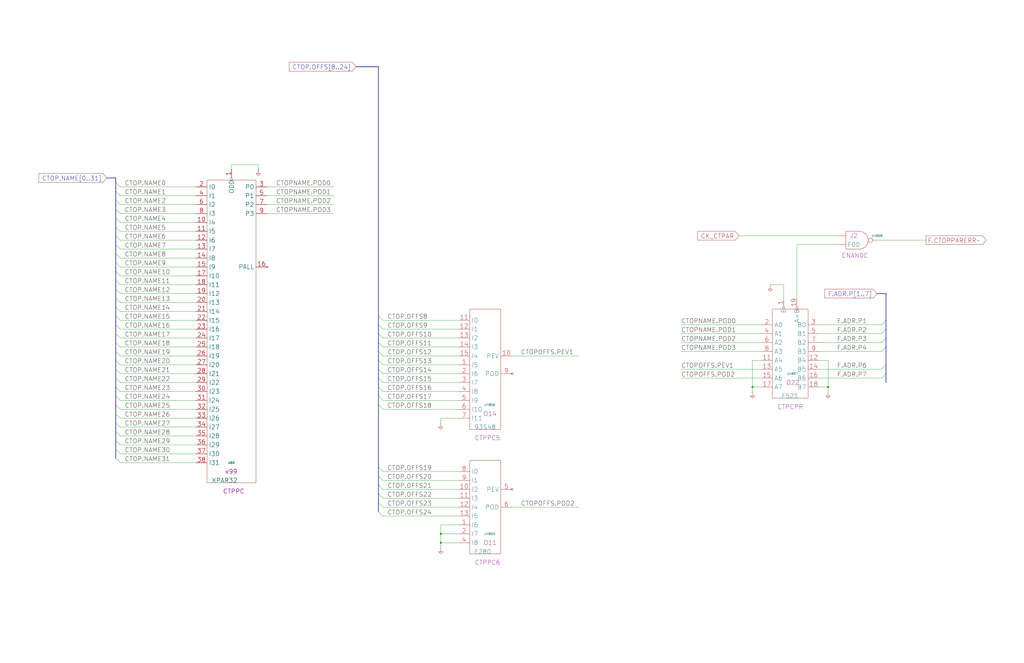
<source format=kicad_sch>
(kicad_sch (version 20230121) (generator eeschema)
  (paper "User" 584.2 378.46)
  (title_block (title "CONTROL TOP REGISTER PARITY") (date "20-MAR-90") (rev "1.0") (comment 1 "FIU") (comment 2 "232-003065") (comment 3 "S400") (comment 4 "RELEASED"))
  (lib_symbols
    (symbol "r1000:93S48" (pin_names (offset 1.016))
      (property "Reference" "U" (at 2.54 5.08 0))
      (property "Value" "93S48" (at -6.35 -7.62 0))
      (property "Location" "___" (at -1.27 0 0))
      (property "Name" "______" (at 1.27 -15.24 0))
      (symbol "93S48_1_1"
        (rectangle (start -8.89 59.69) (end 8.89 -8.89))
        (pin input line (at -15.24 27.94 0) (length 6.35) (name "I5") (number "1"))
        (pin output line (at 15.24 33.02 180) (length 6.35) (name "PEV") (number "10"))
        (pin input line (at -15.24 53.34 0) (length 6.35) (name "I0") (number "11"))
        (pin input line (at -15.24 48.26 0) (length 6.35) (name "I1") (number "12"))
        (pin input line (at -15.24 43.18 0) (length 6.35) (name "I2") (number "13"))
        (pin input line (at -15.24 38.1 0) (length 6.35) (name "I3") (number "14"))
        (pin input line (at -15.24 33.02 0) (length 6.35) (name "I4") (number "15"))
        (pin input line (at -15.24 22.86 0) (length 6.35) (name "I6") (number "2"))
        (pin input line (at -15.24 17.78 0) (length 6.35) (name "I7") (number "3"))
        (pin input line (at -15.24 12.7 0) (length 6.35) (name "I8") (number "4"))
        (pin input line (at -15.24 7.62 0) (length 6.35) (name "I9") (number "5"))
        (pin input line (at -15.24 2.54 0) (length 6.35) (name "I10") (number "6"))
        (pin input line (at -15.24 -2.54 0) (length 6.35) (name "I11") (number "7"))
        (pin output line (at 15.24 22.86 180) (length 6.35) (name "POD") (number "9"))
      )
    )
    (symbol "r1000:F00" (pin_numbers hide) (pin_names hide)
      (property "Reference" "U" (at 15.24 0 0))
      (property "Value" "F00" (at 1.905 -5.08 0))
      (property "Location" "___" (at 1.905 0 0))
      (property "Name" "______" (at 2.54 -12.7 0))
      (symbol "F00_0_1"
        (polyline (pts (xy -2.54 -7.62) (xy 5.08 -7.62)) (stroke (width 0.1524)))
        (polyline (pts (xy -2.54 2.54) (xy -2.54 -7.62)) (stroke (width 0.1524)))
        (polyline (pts (xy -2.54 2.54) (xy 5.08 2.54)) (stroke (width 0.1524)))
        (arc (start 5.08 -7.62) (mid 10.1282 -2.54) (end 5.08 2.54) (stroke (width 0.1524)))
        (circle (center 11.43 -2.54) (radius 1.27) (stroke (width 0.1524)))
      )
      (symbol "F00_0_2"
        (circle (center -3.81 -5.08) (radius 1.27) (stroke (width 0.1524)))
        (circle (center -3.81 0) (radius 1.27) (stroke (width 0.1524)))
        (arc (start -3.175 -7.62) (mid -2.134 -2.54) (end -3.175 2.54) (stroke (width 0.1524)))
        (polyline (pts (xy -3.175 -7.62) (xy 3.81 -7.62)) (stroke (width 0.1524)))
        (polyline (pts (xy -3.175 2.54) (xy 3.81 2.54)) (stroke (width 0.1524)))
        (arc (start 3.81 -7.62) (mid 7.5855 -5.8306) (end 10.16 -2.54) (stroke (width 0.1524)))
        (arc (start 10.16 -2.54) (mid 7.5827 0.7471) (end 3.81 2.54) (stroke (width 0.1524)))
      )
      (symbol "F00_1_1"
        (pin input line (at -7.62 0 0) (length 5.08) (name "D0") (number "1"))
        (pin input line (at -7.62 -5.08 0) (length 5.08) (name "D1") (number "2"))
        (pin output line (at 15.24 -2.54 180) (length 2.54) (name "Q") (number "3"))
      )
      (symbol "F00_1_2"
        (pin input line (at -7.62 0 0) (length 2.54) (name "D0") (number "1"))
        (pin input line (at -7.62 -5.08 0) (length 2.54) (name "D1") (number "2"))
        (pin output line (at 15.24 -2.54 180) (length 5.08) (name "Q") (number "3"))
      )
    )
    (symbol "r1000:F280" (pin_names (offset 1.016))
      (property "Reference" "U" (at 2.54 5.08 0))
      (property "Value" "F280" (at -6.35 -5.08 0))
      (property "Location" "___" (at -1.27 0 0))
      (property "Name" "______" (at 1.27 -12.7 0))
      (symbol "F280_1_1"
        (rectangle (start -8.89 46.99) (end 8.89 -6.35))
        (pin input line (at -15.24 10.16 0) (length 6.35) (name "I6") (number "1"))
        (pin input line (at -15.24 30.48 0) (length 6.35) (name "I2") (number "10"))
        (pin input line (at -15.24 25.4 0) (length 6.35) (name "I3") (number "11"))
        (pin input line (at -15.24 20.32 0) (length 6.35) (name "I4") (number "12"))
        (pin input line (at -15.24 15.24 0) (length 6.35) (name "I5") (number "13"))
        (pin input line (at -15.24 5.08 0) (length 6.35) (name "I7") (number "2"))
        (pin input line (at -15.24 0 0) (length 6.35) (name "I8") (number "4"))
        (pin output line (at 15.24 30.48 180) (length 6.35) (name "PEV") (number "5"))
        (pin output line (at 15.24 20.32 180) (length 6.35) (name "POD") (number "6"))
        (pin input line (at -15.24 40.64 0) (length 6.35) (name "I0") (number "8"))
        (pin input line (at -15.24 35.56 0) (length 6.35) (name "I1") (number "9"))
      )
    )
    (symbol "r1000:F521" (pin_names (offset 1.016))
      (property "Reference" "U" (at 2.54 5.08 0))
      (property "Value" "F521" (at -3.81 -7.62 0))
      (property "Location" "___" (at -1.27 0 0))
      (property "Name" "______" (at 1.27 -15.24 0))
      (symbol "F521_1_1"
        (rectangle (start -8.89 41.91) (end 11.43 -8.89))
        (circle (center -2.54 42.545) (radius 0.635))
        (circle (center 5.08 42.545) (radius 0.635))
        (pin input line (at -2.54 48.26 270) (length 5.08) (name "E") (number "1"))
        (pin input line (at -15.24 12.7 0) (length 6.35) (name "A4") (number "11"))
        (pin input line (at 17.78 12.7 180) (length 6.35) (name "B4") (number "12"))
        (pin input line (at -15.24 7.62 0) (length 6.35) (name "A5") (number "13"))
        (pin input line (at 17.78 7.62 180) (length 6.35) (name "B5") (number "14"))
        (pin input line (at -15.24 2.54 0) (length 6.35) (name "A6") (number "15"))
        (pin input line (at 17.78 2.54 180) (length 6.35) (name "B6") (number "16"))
        (pin input line (at -15.24 -2.54 0) (length 6.35) (name "A7") (number "17"))
        (pin input line (at 17.78 -2.54 180) (length 6.35) (name "B7") (number "18"))
        (pin output line (at 5.08 48.26 270) (length 5.08) (name "A=B") (number "19"))
        (pin input line (at -15.24 33.02 0) (length 6.35) (name "A0") (number "2"))
        (pin input line (at 17.78 33.02 180) (length 6.35) (name "B0") (number "3"))
        (pin input line (at -15.24 27.94 0) (length 6.35) (name "A1") (number "4"))
        (pin input line (at 17.78 27.94 180) (length 6.35) (name "B1") (number "5"))
        (pin input line (at -15.24 22.86 0) (length 6.35) (name "A2") (number "6"))
        (pin input line (at 17.78 22.86 180) (length 6.35) (name "B2") (number "7"))
        (pin input line (at -15.24 17.78 0) (length 6.35) (name "A3") (number "8"))
        (pin input line (at 17.78 17.78 180) (length 6.35) (name "B3") (number "9"))
      )
    )
    (symbol "r1000:PD" (power) (pin_numbers hide) (pin_names hide) (in_bom no)
      (symbol "PD_0_1"
        (polyline (pts (xy 0 -2.54) (xy 1.27 -2.54) (xy 0 -3.81) (xy -1.27 -2.54) (xy 0 -2.54)) (stroke (width 0.1524)))
      )
      (symbol "PD_1_1"
        (pin power_in line (at 0 0 270) (length 2.54) (name "PD") (number "1"))
      )
    )
    (symbol "r1000:XPAR32" (pin_names (offset 1.016))
      (property "Reference" "U" (at 2.54 5.08 0))
      (property "Value" "XPAR32" (at -8.89 -5.08 0))
      (property "Location" "___" (at -1.27 0 0))
      (property "Name" "______" (at 3.81 -12.7 0))
      (symbol "XPAR32_1_1"
        (rectangle (start -11.43 166.37) (end 16.51 -6.35))
        (circle (center 2.54 167.005) (radius 0.635))
        (pin input line (at 2.54 172.72 270) (length 5.08) (name "ODD") (number "1"))
        (pin input line (at -17.78 142.24 0) (length 6.35) (name "I4") (number "10"))
        (pin input line (at -17.78 137.16 0) (length 6.35) (name "I5") (number "11"))
        (pin input line (at -17.78 132.08 0) (length 6.35) (name "I6") (number "12"))
        (pin input line (at -17.78 127 0) (length 6.35) (name "I7") (number "13"))
        (pin input line (at -17.78 121.92 0) (length 6.35) (name "I8") (number "14"))
        (pin input line (at -17.78 116.84 0) (length 6.35) (name "I9") (number "15"))
        (pin output line (at 22.86 116.84 180) (length 6.35) (name "PALL") (number "16"))
        (pin input line (at -17.78 111.76 0) (length 6.35) (name "I10") (number "17"))
        (pin input line (at -17.78 106.68 0) (length 6.35) (name "I11") (number "18"))
        (pin input line (at -17.78 101.6 0) (length 6.35) (name "I12") (number "19"))
        (pin input line (at -17.78 162.56 0) (length 6.35) (name "I0") (number "2"))
        (pin input line (at -17.78 96.52 0) (length 6.35) (name "I13") (number "20"))
        (pin input line (at -17.78 91.44 0) (length 6.35) (name "I14") (number "21"))
        (pin input line (at -17.78 86.36 0) (length 6.35) (name "I15") (number "22"))
        (pin input line (at -17.78 81.28 0) (length 6.35) (name "I16") (number "23"))
        (pin input line (at -17.78 76.2 0) (length 6.35) (name "I17") (number "24"))
        (pin input line (at -17.78 71.12 0) (length 6.35) (name "I18") (number "25"))
        (pin input line (at -17.78 66.04 0) (length 6.35) (name "I19") (number "26"))
        (pin input line (at -17.78 60.96 0) (length 6.35) (name "I20") (number "27"))
        (pin input line (at -17.78 55.88 0) (length 6.35) (name "I21") (number "28"))
        (pin input line (at -17.78 50.8 0) (length 6.35) (name "I22") (number "29"))
        (pin output line (at 22.86 162.56 180) (length 6.35) (name "P0") (number "3"))
        (pin input line (at -17.78 45.72 0) (length 6.35) (name "I23") (number "30"))
        (pin input line (at -17.78 40.64 0) (length 6.35) (name "I24") (number "31"))
        (pin input line (at -17.78 35.56 0) (length 6.35) (name "I25") (number "32"))
        (pin input line (at -17.78 30.48 0) (length 6.35) (name "I26") (number "33"))
        (pin input line (at -17.78 25.4 0) (length 6.35) (name "I27") (number "34"))
        (pin input line (at -17.78 20.32 0) (length 6.35) (name "I28") (number "35"))
        (pin input line (at -17.78 15.24 0) (length 6.35) (name "I29") (number "36"))
        (pin input line (at -17.78 10.16 0) (length 6.35) (name "I30") (number "37"))
        (pin input line (at -17.78 5.08 0) (length 6.35) (name "I31") (number "38"))
        (pin input line (at -17.78 157.48 0) (length 6.35) (name "I1") (number "4"))
        (pin output line (at 22.86 157.48 180) (length 6.35) (name "P1") (number "5"))
        (pin input line (at -17.78 152.4 0) (length 6.35) (name "I2") (number "6"))
        (pin output line (at 22.86 152.4 180) (length 6.35) (name "P2") (number "7"))
        (pin input line (at -17.78 147.32 0) (length 6.35) (name "I3") (number "8"))
        (pin output line (at 22.86 147.32 180) (length 6.35) (name "P3") (number "9"))
      )
    )
  )
  (junction (at 251.46 309.88))
  (junction (at 429.26 220.98))
  (junction (at 472.44 220.98))
  (junction (at 251.46 304.8))
  (no_connect (at 292.1 213.36))
  (no_connect (at 292.1 279.4))
  (no_connect (at 152.4 152.4))
  (bus_entry (at 215.9 271.78) (size 2.54 2.54))
  (bus_entry (at 505.46 193.04) (size -2.54 2.54))
  (bus_entry (at 66.04 195.58) (size 2.54 2.54))
  (bus_entry (at 505.46 182.88) (size -2.54 2.54))
  (bus_entry (at 66.04 175.26) (size 2.54 2.54))
  (bus_entry (at 66.04 124.46) (size 2.54 2.54))
  (bus_entry (at 66.04 160.02) (size 2.54 2.54))
  (bus_entry (at 66.04 129.54) (size 2.54 2.54))
  (bus_entry (at 215.9 231.14) (size 2.54 2.54))
  (bus_entry (at 66.04 180.34) (size 2.54 2.54))
  (bus_entry (at 66.04 170.18) (size 2.54 2.54))
  (bus_entry (at 505.46 208.28) (size -2.54 2.54))
  (bus_entry (at 66.04 165.1) (size 2.54 2.54))
  (bus_entry (at 66.04 246.38) (size 2.54 2.54))
  (bus_entry (at 215.9 185.42) (size 2.54 2.54))
  (bus_entry (at 66.04 215.9) (size 2.54 2.54))
  (bus_entry (at 66.04 236.22) (size 2.54 2.54))
  (bus_entry (at 66.04 134.62) (size 2.54 2.54))
  (bus_entry (at 66.04 261.62) (size 2.54 2.54))
  (bus_entry (at 215.9 210.82) (size 2.54 2.54))
  (bus_entry (at 505.46 198.12) (size -2.54 2.54))
  (bus_entry (at 215.9 215.9) (size 2.54 2.54))
  (bus_entry (at 215.9 226.06) (size 2.54 2.54))
  (bus_entry (at 66.04 190.5) (size 2.54 2.54))
  (bus_entry (at 66.04 139.7) (size 2.54 2.54))
  (bus_entry (at 66.04 231.14) (size 2.54 2.54))
  (bus_entry (at 505.46 187.96) (size -2.54 2.54))
  (bus_entry (at 215.9 276.86) (size 2.54 2.54))
  (bus_entry (at 66.04 210.82) (size 2.54 2.54))
  (bus_entry (at 66.04 149.86) (size 2.54 2.54))
  (bus_entry (at 215.9 200.66) (size 2.54 2.54))
  (bus_entry (at 66.04 241.3) (size 2.54 2.54))
  (bus_entry (at 66.04 154.94) (size 2.54 2.54))
  (bus_entry (at 66.04 256.54) (size 2.54 2.54))
  (bus_entry (at 215.9 292.1) (size 2.54 2.54))
  (bus_entry (at 215.9 190.5) (size 2.54 2.54))
  (bus_entry (at 505.46 213.36) (size -2.54 2.54))
  (bus_entry (at 66.04 104.14) (size 2.54 2.54))
  (bus_entry (at 215.9 266.7) (size 2.54 2.54))
  (bus_entry (at 66.04 220.98) (size 2.54 2.54))
  (bus_entry (at 66.04 114.3) (size 2.54 2.54))
  (bus_entry (at 66.04 119.38) (size 2.54 2.54))
  (bus_entry (at 66.04 226.06) (size 2.54 2.54))
  (bus_entry (at 66.04 109.22) (size 2.54 2.54))
  (bus_entry (at 215.9 195.58) (size 2.54 2.54))
  (bus_entry (at 215.9 205.74) (size 2.54 2.54))
  (bus_entry (at 215.9 180.34) (size 2.54 2.54))
  (bus_entry (at 66.04 251.46) (size 2.54 2.54))
  (bus_entry (at 66.04 185.42) (size 2.54 2.54))
  (bus_entry (at 66.04 144.78) (size 2.54 2.54))
  (bus_entry (at 215.9 287.02) (size 2.54 2.54))
  (bus_entry (at 66.04 205.74) (size 2.54 2.54))
  (bus_entry (at 66.04 200.66) (size 2.54 2.54))
  (bus_entry (at 215.9 281.94) (size 2.54 2.54))
  (bus_entry (at 215.9 220.98) (size 2.54 2.54))
  (bus (pts (xy 66.04 144.78) (xy 66.04 149.86)))
  (bus (pts (xy 66.04 154.94) (xy 66.04 160.02)))
  (bus (pts (xy 215.9 200.66) (xy 215.9 205.74)))
  (wire (pts (xy 68.58 187.96) (xy 111.76 187.96)))
  (bus (pts (xy 215.9 271.78) (xy 215.9 276.86)))
  (wire (pts (xy 467.36 220.98) (xy 472.44 220.98)))
  (bus (pts (xy 215.9 266.7) (xy 215.9 271.78)))
  (bus (pts (xy 215.9 226.06) (xy 215.9 231.14)))
  (bus (pts (xy 66.04 114.3) (xy 66.04 119.38)))
  (wire (pts (xy 68.58 111.76) (xy 111.76 111.76)))
  (wire (pts (xy 68.58 218.44) (xy 111.76 218.44)))
  (wire (pts (xy 421.64 134.62) (xy 477.52 134.62)))
  (wire (pts (xy 68.58 127) (xy 111.76 127)))
  (bus (pts (xy 215.9 38.1) (xy 215.9 180.34)))
  (wire (pts (xy 68.58 121.92) (xy 111.76 121.92)))
  (bus (pts (xy 215.9 180.34) (xy 215.9 185.42)))
  (bus (pts (xy 505.46 198.12) (xy 505.46 208.28)))
  (wire (pts (xy 439.42 162.56) (xy 447.04 162.56)))
  (wire (pts (xy 132.08 93.98) (xy 132.08 96.52)))
  (wire (pts (xy 467.36 205.74) (xy 472.44 205.74)))
  (bus (pts (xy 215.9 220.98) (xy 215.9 226.06)))
  (bus (pts (xy 203.2 38.1) (xy 215.9 38.1)))
  (wire (pts (xy 152.4 111.76) (xy 190.5 111.76)))
  (bus (pts (xy 66.04 109.22) (xy 66.04 114.3)))
  (wire (pts (xy 152.4 121.92) (xy 190.5 121.92)))
  (wire (pts (xy 467.36 190.5) (xy 502.92 190.5)))
  (wire (pts (xy 447.04 170.18) (xy 447.04 162.56)))
  (bus (pts (xy 66.04 124.46) (xy 66.04 129.54)))
  (wire (pts (xy 218.44 187.96) (xy 261.62 187.96)))
  (bus (pts (xy 215.9 185.42) (xy 215.9 190.5)))
  (wire (pts (xy 292.1 203.2) (xy 330.2 203.2)))
  (bus (pts (xy 505.46 167.64) (xy 505.46 182.88)))
  (bus (pts (xy 215.9 190.5) (xy 215.9 195.58)))
  (bus (pts (xy 66.04 139.7) (xy 66.04 144.78)))
  (wire (pts (xy 68.58 182.88) (xy 111.76 182.88)))
  (wire (pts (xy 147.32 93.98) (xy 132.08 93.98)))
  (wire (pts (xy 251.46 309.88) (xy 251.46 312.42)))
  (wire (pts (xy 218.44 208.28) (xy 261.62 208.28)))
  (bus (pts (xy 66.04 241.3) (xy 66.04 246.38)))
  (bus (pts (xy 66.04 205.74) (xy 66.04 210.82)))
  (bus (pts (xy 505.46 208.28) (xy 505.46 213.36)))
  (bus (pts (xy 66.04 104.14) (xy 66.04 109.22)))
  (wire (pts (xy 68.58 116.84) (xy 111.76 116.84)))
  (bus (pts (xy 66.04 226.06) (xy 66.04 231.14)))
  (bus (pts (xy 215.9 287.02) (xy 215.9 292.1)))
  (wire (pts (xy 467.36 195.58) (xy 502.92 195.58)))
  (wire (pts (xy 68.58 167.64) (xy 111.76 167.64)))
  (wire (pts (xy 218.44 294.64) (xy 261.62 294.64)))
  (wire (pts (xy 68.58 248.92) (xy 111.76 248.92)))
  (wire (pts (xy 388.62 210.82) (xy 434.34 210.82)))
  (wire (pts (xy 68.58 203.2) (xy 111.76 203.2)))
  (wire (pts (xy 251.46 304.8) (xy 251.46 309.88)))
  (wire (pts (xy 68.58 147.32) (xy 111.76 147.32)))
  (bus (pts (xy 66.04 246.38) (xy 66.04 251.46)))
  (wire (pts (xy 500.38 137.16) (xy 528.32 137.16)))
  (wire (pts (xy 261.62 299.72) (xy 251.46 299.72)))
  (wire (pts (xy 68.58 264.16) (xy 111.76 264.16)))
  (wire (pts (xy 467.36 200.66) (xy 502.92 200.66)))
  (wire (pts (xy 68.58 259.08) (xy 111.76 259.08)))
  (wire (pts (xy 454.66 170.18) (xy 454.66 139.7)))
  (wire (pts (xy 68.58 228.6) (xy 111.76 228.6)))
  (bus (pts (xy 66.04 165.1) (xy 66.04 170.18)))
  (bus (pts (xy 66.04 236.22) (xy 66.04 241.3)))
  (wire (pts (xy 388.62 200.66) (xy 434.34 200.66)))
  (bus (pts (xy 66.04 129.54) (xy 66.04 134.62)))
  (wire (pts (xy 152.4 116.84) (xy 190.5 116.84)))
  (wire (pts (xy 388.62 195.58) (xy 434.34 195.58)))
  (wire (pts (xy 261.62 238.76) (xy 251.46 238.76)))
  (wire (pts (xy 467.36 185.42) (xy 502.92 185.42)))
  (wire (pts (xy 218.44 193.04) (xy 261.62 193.04)))
  (bus (pts (xy 66.04 149.86) (xy 66.04 154.94)))
  (wire (pts (xy 472.44 220.98) (xy 472.44 223.52)))
  (wire (pts (xy 68.58 238.76) (xy 111.76 238.76)))
  (wire (pts (xy 68.58 162.56) (xy 111.76 162.56)))
  (wire (pts (xy 454.66 139.7) (xy 477.52 139.7)))
  (bus (pts (xy 66.04 200.66) (xy 66.04 205.74)))
  (bus (pts (xy 66.04 119.38) (xy 66.04 124.46)))
  (bus (pts (xy 60.96 101.6) (xy 66.04 101.6)))
  (wire (pts (xy 467.36 210.82) (xy 502.92 210.82)))
  (wire (pts (xy 218.44 198.12) (xy 261.62 198.12)))
  (wire (pts (xy 388.62 215.9) (xy 434.34 215.9)))
  (bus (pts (xy 215.9 276.86) (xy 215.9 281.94)))
  (bus (pts (xy 66.04 101.6) (xy 66.04 104.14)))
  (wire (pts (xy 218.44 203.2) (xy 261.62 203.2)))
  (bus (pts (xy 66.04 175.26) (xy 66.04 180.34)))
  (wire (pts (xy 68.58 106.68) (xy 111.76 106.68)))
  (bus (pts (xy 505.46 193.04) (xy 505.46 198.12)))
  (wire (pts (xy 218.44 233.68) (xy 261.62 233.68)))
  (bus (pts (xy 66.04 134.62) (xy 66.04 139.7)))
  (wire (pts (xy 218.44 218.44) (xy 261.62 218.44)))
  (wire (pts (xy 251.46 299.72) (xy 251.46 304.8)))
  (bus (pts (xy 66.04 170.18) (xy 66.04 175.26)))
  (wire (pts (xy 68.58 223.52) (xy 111.76 223.52)))
  (wire (pts (xy 152.4 106.68) (xy 190.5 106.68)))
  (bus (pts (xy 500.38 167.64) (xy 505.46 167.64)))
  (wire (pts (xy 68.58 198.12) (xy 111.76 198.12)))
  (wire (pts (xy 467.36 215.9) (xy 502.92 215.9)))
  (bus (pts (xy 215.9 281.94) (xy 215.9 287.02)))
  (wire (pts (xy 218.44 213.36) (xy 261.62 213.36)))
  (bus (pts (xy 66.04 256.54) (xy 66.04 261.62)))
  (wire (pts (xy 218.44 279.4) (xy 261.62 279.4)))
  (wire (pts (xy 429.26 220.98) (xy 434.34 220.98)))
  (wire (pts (xy 68.58 137.16) (xy 111.76 137.16)))
  (wire (pts (xy 218.44 269.24) (xy 261.62 269.24)))
  (wire (pts (xy 68.58 157.48) (xy 111.76 157.48)))
  (wire (pts (xy 68.58 208.28) (xy 111.76 208.28)))
  (wire (pts (xy 68.58 152.4) (xy 111.76 152.4)))
  (bus (pts (xy 215.9 231.14) (xy 215.9 266.7)))
  (wire (pts (xy 434.34 205.74) (xy 429.26 205.74)))
  (bus (pts (xy 66.04 231.14) (xy 66.04 236.22)))
  (bus (pts (xy 66.04 220.98) (xy 66.04 226.06)))
  (bus (pts (xy 505.46 213.36) (xy 505.46 218.44)))
  (wire (pts (xy 388.62 185.42) (xy 434.34 185.42)))
  (wire (pts (xy 218.44 289.56) (xy 261.62 289.56)))
  (bus (pts (xy 66.04 185.42) (xy 66.04 190.5)))
  (wire (pts (xy 472.44 205.74) (xy 472.44 220.98)))
  (wire (pts (xy 261.62 309.88) (xy 251.46 309.88)))
  (wire (pts (xy 68.58 177.8) (xy 111.76 177.8)))
  (bus (pts (xy 66.04 195.58) (xy 66.04 200.66)))
  (bus (pts (xy 66.04 210.82) (xy 66.04 215.9)))
  (bus (pts (xy 505.46 182.88) (xy 505.46 187.96)))
  (wire (pts (xy 261.62 304.8) (xy 251.46 304.8)))
  (wire (pts (xy 388.62 190.5) (xy 434.34 190.5)))
  (bus (pts (xy 66.04 160.02) (xy 66.04 165.1)))
  (wire (pts (xy 147.32 96.52) (xy 147.32 93.98)))
  (bus (pts (xy 66.04 190.5) (xy 66.04 195.58)))
  (wire (pts (xy 68.58 243.84) (xy 111.76 243.84)))
  (bus (pts (xy 66.04 180.34) (xy 66.04 185.42)))
  (bus (pts (xy 215.9 210.82) (xy 215.9 215.9)))
  (bus (pts (xy 215.9 195.58) (xy 215.9 200.66)))
  (wire (pts (xy 68.58 172.72) (xy 111.76 172.72)))
  (wire (pts (xy 68.58 193.04) (xy 111.76 193.04)))
  (bus (pts (xy 215.9 215.9) (xy 215.9 220.98)))
  (wire (pts (xy 218.44 274.32) (xy 261.62 274.32)))
  (wire (pts (xy 218.44 223.52) (xy 261.62 223.52)))
  (bus (pts (xy 505.46 187.96) (xy 505.46 193.04)))
  (bus (pts (xy 215.9 205.74) (xy 215.9 210.82)))
  (wire (pts (xy 251.46 238.76) (xy 251.46 241.3)))
  (wire (pts (xy 68.58 142.24) (xy 111.76 142.24)))
  (wire (pts (xy 68.58 254) (xy 111.76 254)))
  (wire (pts (xy 68.58 213.36) (xy 111.76 213.36)))
  (wire (pts (xy 218.44 228.6) (xy 261.62 228.6)))
  (wire (pts (xy 429.26 220.98) (xy 429.26 223.52)))
  (wire (pts (xy 68.58 233.68) (xy 111.76 233.68)))
  (wire (pts (xy 68.58 132.08) (xy 111.76 132.08)))
  (wire (pts (xy 218.44 284.48) (xy 261.62 284.48)))
  (bus (pts (xy 66.04 251.46) (xy 66.04 256.54)))
  (bus (pts (xy 66.04 215.9) (xy 66.04 220.98)))
  (wire (pts (xy 218.44 182.88) (xy 261.62 182.88)))
  (wire (pts (xy 429.26 205.74) (xy 429.26 220.98)))
  (wire (pts (xy 292.1 289.56) (xy 330.2 289.56)))
  (label "CTOP.OFFS15" (at 220.98 218.44 0) (effects (font (size 2.54 2.54))))
  (label "CTOPNAME.POD1" (at 157.48 111.76 0) (effects (font (size 2.54 2.54))))
  (label "F.ADR.P7" (at 477.52 215.9 0) (effects (font (size 2.54 2.54))))
  (label "CTOP.NAME16" (at 71.12 187.96 0) (effects (font (size 2.54 2.54))))
  (label "CTOP.NAME13" (at 71.12 172.72 0) (effects (font (size 2.54 2.54))))
  (label "CTOP.NAME27" (at 71.12 243.84 0) (effects (font (size 2.54 2.54))))
  (label "CTOP.OFFS12" (at 220.98 203.2 0) (effects (font (size 2.54 2.54))))
  (label "CTOP.NAME7" (at 71.12 142.24 0) (effects (font (size 2.54 2.54))))
  (label "CTOP.OFFS21" (at 220.98 279.4 0) (effects (font (size 2.54 2.54))))
  (label "CTOP.NAME18" (at 71.12 198.12 0) (effects (font (size 2.54 2.54))))
  (label "CTOP.NAME8" (at 71.12 147.32 0) (effects (font (size 2.54 2.54))))
  (label "F.ADR.P6" (at 477.52 210.82 0) (effects (font (size 2.54 2.54))))
  (label "F.ADR.P4" (at 477.52 200.66 0) (effects (font (size 2.54 2.54))))
  (label "CTOPOFFS.POD2" (at 297.18 289.56 0) (effects (font (size 2.54 2.54))))
  (label "CTOP.NAME4" (at 71.12 127 0) (effects (font (size 2.54 2.54))))
  (label "CTOP.NAME20" (at 71.12 208.28 0) (effects (font (size 2.54 2.54))))
  (label "CTOP.NAME29" (at 71.12 254 0) (effects (font (size 2.54 2.54))))
  (label "CTOPOFFS.PEV1" (at 388.62 210.82 0) (effects (font (size 2.54 2.54))))
  (label "F.ADR.P3" (at 477.52 195.58 0) (effects (font (size 2.54 2.54))))
  (label "CTOPNAME.POD3" (at 388.62 200.66 0) (effects (font (size 2.54 2.54))))
  (label "CTOPNAME.POD1" (at 388.62 190.5 0) (effects (font (size 2.54 2.54))))
  (label "CTOP.OFFS19" (at 220.98 269.24 0) (effects (font (size 2.54 2.54))))
  (label "CTOP.NAME24" (at 71.12 228.6 0) (effects (font (size 2.54 2.54))))
  (label "CTOP.NAME22" (at 71.12 218.44 0) (effects (font (size 2.54 2.54))))
  (label "CTOP.OFFS17" (at 220.98 228.6 0) (effects (font (size 2.54 2.54))))
  (label "CTOP.OFFS22" (at 220.98 284.48 0) (effects (font (size 2.54 2.54))))
  (label "CTOP.NAME6" (at 71.12 137.16 0) (effects (font (size 2.54 2.54))))
  (label "F.ADR.P2" (at 477.52 190.5 0) (effects (font (size 2.54 2.54))))
  (label "CTOP.NAME3" (at 71.12 121.92 0) (effects (font (size 2.54 2.54))))
  (label "CTOP.OFFS8" (at 220.98 182.88 0) (effects (font (size 2.54 2.54))))
  (label "CTOP.OFFS13" (at 220.98 208.28 0) (effects (font (size 2.54 2.54))))
  (label "CTOPNAME.POD0" (at 157.48 106.68 0) (effects (font (size 2.54 2.54))))
  (label "CTOP.NAME19" (at 71.12 203.2 0) (effects (font (size 2.54 2.54))))
  (label "CTOPOFFS.POD2" (at 388.62 215.9 0) (effects (font (size 2.54 2.54))))
  (label "CTOP.NAME2" (at 71.12 116.84 0) (effects (font (size 2.54 2.54))))
  (label "CTOP.NAME26" (at 71.12 238.76 0) (effects (font (size 2.54 2.54))))
  (label "CTOPNAME.POD2" (at 388.62 195.58 0) (effects (font (size 2.54 2.54))))
  (label "CTOPNAME.POD0" (at 388.62 185.42 0) (effects (font (size 2.54 2.54))))
  (label "CTOP.OFFS14" (at 220.98 213.36 0) (effects (font (size 2.54 2.54))))
  (label "CTOP.OFFS18" (at 220.98 233.68 0) (effects (font (size 2.54 2.54))))
  (label "F.ADR.P1" (at 477.52 185.42 0) (effects (font (size 2.54 2.54))))
  (label "CTOP.NAME1" (at 71.12 111.76 0) (effects (font (size 2.54 2.54))))
  (label "CTOP.OFFS10" (at 220.98 193.04 0) (effects (font (size 2.54 2.54))))
  (label "CTOP.NAME9" (at 71.12 152.4 0) (effects (font (size 2.54 2.54))))
  (label "CTOP.NAME14" (at 71.12 177.8 0) (effects (font (size 2.54 2.54))))
  (label "CTOP.NAME21" (at 71.12 213.36 0) (effects (font (size 2.54 2.54))))
  (label "CTOP.NAME15" (at 71.12 182.88 0) (effects (font (size 2.54 2.54))))
  (label "CTOP.OFFS20" (at 220.98 274.32 0) (effects (font (size 2.54 2.54))))
  (label "CTOP.OFFS11" (at 220.98 198.12 0) (effects (font (size 2.54 2.54))))
  (label "CTOPNAME.POD2" (at 157.48 116.84 0) (effects (font (size 2.54 2.54))))
  (label "CTOP.NAME30" (at 71.12 259.08 0) (effects (font (size 2.54 2.54))))
  (label "CTOP.NAME5" (at 71.12 132.08 0) (effects (font (size 2.54 2.54))))
  (label "CTOP.OFFS9" (at 220.98 187.96 0) (effects (font (size 2.54 2.54))))
  (label "CTOPOFFS.PEV1" (at 297.18 203.2 0) (effects (font (size 2.54 2.54))))
  (label "CTOP.NAME11" (at 71.12 162.56 0) (effects (font (size 2.54 2.54))))
  (label "CTOP.NAME25" (at 71.12 233.68 0) (effects (font (size 2.54 2.54))))
  (label "CTOP.NAME17" (at 71.12 193.04 0) (effects (font (size 2.54 2.54))))
  (label "CTOP.NAME28" (at 71.12 248.92 0) (effects (font (size 2.54 2.54))))
  (label "CTOP.NAME23" (at 71.12 223.52 0) (effects (font (size 2.54 2.54))))
  (label "CTOPNAME.POD3" (at 157.48 121.92 0) (effects (font (size 2.54 2.54))))
  (label "CTOP.OFFS23" (at 220.98 289.56 0) (effects (font (size 2.54 2.54))))
  (label "CTOP.NAME10" (at 71.12 157.48 0) (effects (font (size 2.54 2.54))))
  (label "CTOP.OFFS16" (at 220.98 223.52 0) (effects (font (size 2.54 2.54))))
  (label "CTOP.NAME12" (at 71.12 167.64 0) (effects (font (size 2.54 2.54))))
  (label "CTOP.NAME31" (at 71.12 264.16 0) (effects (font (size 2.54 2.54))))
  (label "CTOP.OFFS24" (at 220.98 294.64 0) (effects (font (size 2.54 2.54))))
  (label "CTOP.NAME0" (at 71.12 106.68 0) (effects (font (size 2.54 2.54))))
  (global_label "CTOP.OFFS[8..24]" (shape input) (at 203.2 38.1 180) (effects (font (size 2.54 2.54))) (property "Intersheetrefs" "${INTERSHEET_REFS}" (at 164.9911 37.9413 0) (effects (font (size 1.905 1.905)) (justify right))))
  (global_label "CTOP.NAME[0..31]" (shape input) (at 60.96 101.6 180) (effects (font (size 2.54 2.54))) (property "Intersheetrefs" "${INTERSHEET_REFS}" (at 21.4797 101.6 0) (effects (justify right))))
  (global_label "F.ADR.P[1..7]" (shape input) (at 500.38 167.64 180) (effects (font (size 2.54 2.54))) (property "Intersheetrefs" "${INTERSHEET_REFS}" (at 470.5169 167.4813 0) (effects (font (size 1.905 1.905)) (justify right))))
  (global_label "CK_CTPAR" (shape input) (at 421.64 134.62 180) (effects (font (size 2.54 2.54))) (property "Intersheetrefs" "${INTERSHEET_REFS}" (at 398.0664 134.4613 0) (effects (font (size 1.905 1.905)) (justify right))))
  (global_label "F.CTOPPARERR~" (shape output) (at 528.32 137.16 0) (effects (font (size 2.54 2.54))) (property "Intersheetrefs" "${INTERSHEET_REFS}" (at 562.6584 137.0013 0) (effects (font (size 1.905 1.905)) (justify left))))
  (symbol (lib_id "r1000:PD") (at 439.42 162.56 0) (unit 1) (in_bom no)
    (property "Reference" "#PWR0150" (effects hide))
    (property "Value" "PD" (effects hide))
  )
  (symbol (lib_id "r1000:XPAR32") (at 129.54 269.24 0) (unit 1)
    (property "Reference" "U60" (at 132.08 264.16 0))
    (property "Value" "XPAR32" (at 120.65 274.32 0) (effects (font (size 2.54 2.54)) (justify left)))
    (property "Location" "x99" (at 128.27 269.24 0) (effects (font (size 2.54 2.54)) (justify left)))
    (property "Name" "CTPPC" (at 133.35 281.94 0) (effects (font (size 2.54 2.54)) (justify bottom)))
  )
  (symbol (lib_id "r1000:PD") (at 472.44 223.52 0) (unit 1) (in_bom no)
    (property "Reference" "#PWR0152" (effects hide))
    (property "Value" "PD" (effects hide))
  )
  (symbol (lib_id "r1000:F521") (at 449.58 218.44 0) (unit 1)
    (property "Reference" "U4807" (at 452.12 213.36 0))
    (property "Value" "F521" (at 445.77 226.06 0) (effects (font (size 2.54 2.54)) (justify left)))
    (property "Location" "O22" (at 448.31 218.44 0) (effects (font (size 2.54 2.54)) (justify left)))
    (property "Name" "CTPCPR" (at 450.85 233.68 0) (effects (font (size 2.54 2.54)) (justify bottom)))
  )
  (symbol (lib_id "r1000:PD") (at 251.46 312.42 0) (unit 1) (in_bom no)
    (property "Reference" "#PWR04805" (effects hide))
    (property "Value" "PD" (effects hide))
  )
  (symbol (lib_id "r1000:PD") (at 147.32 96.52 0) (unit 1) (in_bom no)
    (property "Reference" "#PWR04801" (effects hide))
    (property "Value" "PD" (effects hide))
  )
  (symbol (lib_id "r1000:93S48") (at 276.86 236.22 0) (unit 1)
    (property "Reference" "U4806" (at 279.4 231.14 0))
    (property "Value" "93S48" (at 270.51 243.84 0) (effects (font (size 2.54 2.54)) (justify left)))
    (property "Location" "O14" (at 275.59 236.22 0) (effects (font (size 2.54 2.54)) (justify left)))
    (property "Name" "CTPPC5" (at 278.13 251.46 0) (effects (font (size 2.54 2.54)) (justify bottom)))
  )
  (symbol (lib_id "r1000:PD") (at 429.26 223.52 0) (unit 1) (in_bom no)
    (property "Reference" "#PWR0151" (effects hide))
    (property "Value" "PD" (effects hide))
  )
  (symbol (lib_id "r1000:F280") (at 276.86 309.88 0) (unit 1)
    (property "Reference" "U4805" (at 279.4 304.8 0))
    (property "Value" "F280" (at 270.51 314.96 0) (effects (font (size 2.54 2.54)) (justify left)))
    (property "Location" "O11" (at 275.59 309.88 0) (effects (font (size 2.54 2.54)) (justify left)))
    (property "Name" "CTPPC6" (at 278.13 322.58 0) (effects (font (size 2.54 2.54)) (justify bottom)))
  )
  (symbol (lib_id "r1000:F00") (at 485.14 134.62 0) (unit 1)
    (property "Reference" "U4808" (at 500.38 134.62 0))
    (property "Value" "F00" (at 487.045 139.7 0) (effects (font (size 2.54 2.54))))
    (property "Location" "J2" (at 487.045 134.62 0) (effects (font (size 2.54 2.54))))
    (property "Name" "CNAN0C" (at 487.68 147.32 0) (effects (font (size 2.54 2.54)) (justify bottom)))
  )
  (symbol (lib_id "r1000:PD") (at 251.46 241.3 0) (unit 1) (in_bom no)
    (property "Reference" "#PWR04806" (effects hide))
    (property "Value" "PD" (effects hide))
  )
)
</source>
